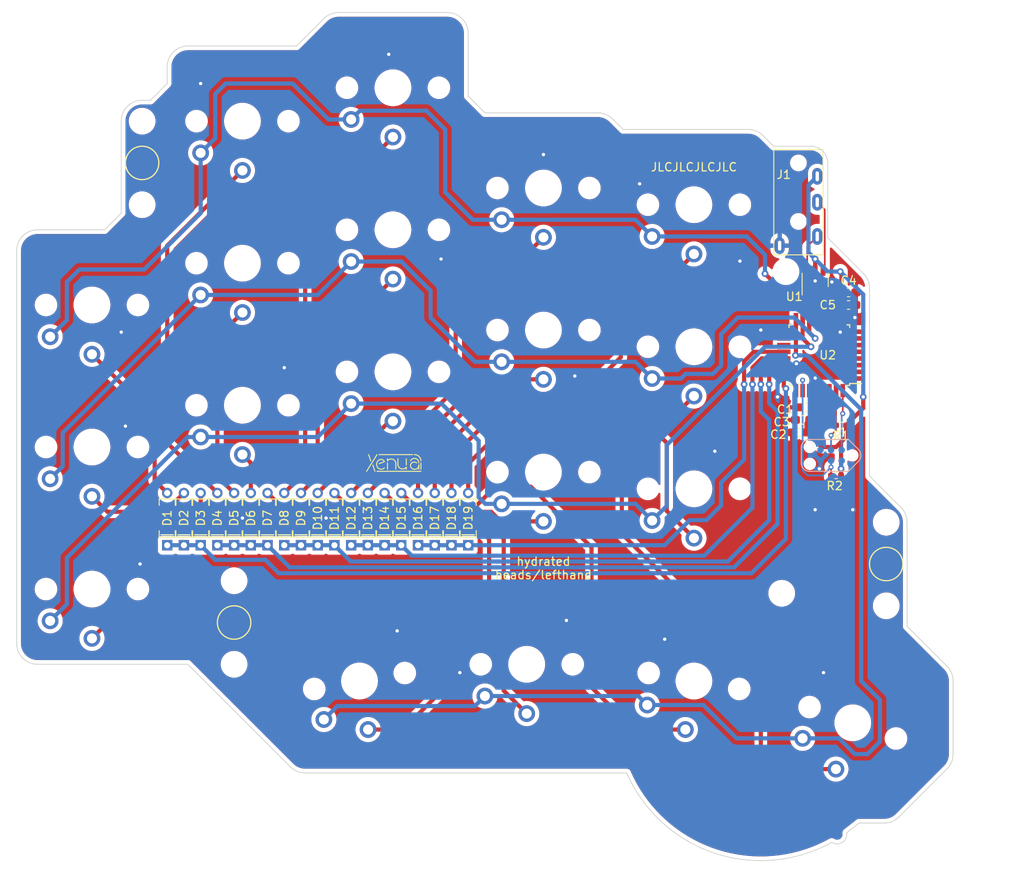
<source format=kicad_pcb>
(kicad_pcb (version 20211014) (generator pcbnew)

  (general
    (thickness 1.6)
  )

  (paper "A4")
  (layers
    (0 "F.Cu" signal)
    (31 "B.Cu" signal)
    (32 "B.Adhes" user "B.Adhesive")
    (33 "F.Adhes" user "F.Adhesive")
    (34 "B.Paste" user)
    (35 "F.Paste" user)
    (36 "B.SilkS" user "B.Silkscreen")
    (37 "F.SilkS" user "F.Silkscreen")
    (38 "B.Mask" user)
    (39 "F.Mask" user)
    (40 "Dwgs.User" user "User.Drawings")
    (41 "Cmts.User" user "User.Comments")
    (42 "Eco1.User" user "User.Eco1")
    (43 "Eco2.User" user "User.Eco2")
    (44 "Edge.Cuts" user)
    (45 "Margin" user)
    (46 "B.CrtYd" user "B.Courtyard")
    (47 "F.CrtYd" user "F.Courtyard")
    (48 "B.Fab" user)
    (49 "F.Fab" user)
    (50 "User.1" user)
    (51 "User.2" user)
    (52 "User.3" user)
    (53 "User.4" user)
    (54 "User.5" user)
    (55 "User.6" user)
    (56 "User.7" user)
    (57 "User.8" user)
    (58 "User.9" user)
  )

  (setup
    (stackup
      (layer "F.SilkS" (type "Top Silk Screen"))
      (layer "F.Paste" (type "Top Solder Paste"))
      (layer "F.Mask" (type "Top Solder Mask") (thickness 0.01))
      (layer "F.Cu" (type "copper") (thickness 0.035))
      (layer "dielectric 1" (type "core") (thickness 1.51) (material "FR4") (epsilon_r 4.5) (loss_tangent 0.02))
      (layer "B.Cu" (type "copper") (thickness 0.035))
      (layer "B.Mask" (type "Bottom Solder Mask") (thickness 0.01))
      (layer "B.Paste" (type "Bottom Solder Paste"))
      (layer "B.SilkS" (type "Bottom Silk Screen"))
      (copper_finish "None")
      (dielectric_constraints no)
    )
    (pad_to_mask_clearance 0)
    (pcbplotparams
      (layerselection 0x00010fc_ffffffff)
      (disableapertmacros false)
      (usegerberextensions false)
      (usegerberattributes true)
      (usegerberadvancedattributes true)
      (creategerberjobfile true)
      (svguseinch false)
      (svgprecision 6)
      (excludeedgelayer true)
      (plotframeref false)
      (viasonmask false)
      (mode 1)
      (useauxorigin false)
      (hpglpennumber 1)
      (hpglpenspeed 20)
      (hpglpendiameter 15.000000)
      (dxfpolygonmode true)
      (dxfimperialunits true)
      (dxfusepcbnewfont true)
      (psnegative false)
      (psa4output false)
      (plotreference true)
      (plotvalue true)
      (plotinvisibletext false)
      (sketchpadsonfab false)
      (subtractmaskfromsilk false)
      (outputformat 1)
      (mirror false)
      (drillshape 1)
      (scaleselection 1)
      (outputdirectory "")
    )
  )

  (net 0 "")
  (net 1 "GND")
  (net 2 "Net-(C1-Pad2)")
  (net 3 "+3V3")
  (net 4 "C_PINKY")
  (net 5 "Net-(D1-Pad2)")
  (net 6 "Net-(D2-Pad2)")
  (net 7 "Net-(D3-Pad2)")
  (net 8 "C_RING")
  (net 9 "Net-(D4-Pad2)")
  (net 10 "Net-(D5-Pad2)")
  (net 11 "Net-(D6-Pad2)")
  (net 12 "Net-(D7-Pad2)")
  (net 13 "C_MIDDLE")
  (net 14 "Net-(D8-Pad2)")
  (net 15 "Net-(D9-Pad2)")
  (net 16 "Net-(D10-Pad2)")
  (net 17 "Net-(D11-Pad2)")
  (net 18 "C_INDEX")
  (net 19 "Net-(D12-Pad2)")
  (net 20 "Net-(D13-Pad2)")
  (net 21 "Net-(D14-Pad2)")
  (net 22 "Net-(D15-Pad2)")
  (net 23 "C_INNER")
  (net 24 "Net-(D16-Pad2)")
  (net 25 "Net-(D17-Pad2)")
  (net 26 "Net-(D18-Pad2)")
  (net 27 "Net-(D19-Pad2)")
  (net 28 "/SWDIO")
  (net 29 "/RST")
  (net 30 "/SWCLK")
  (net 31 "unconnected-(J2-Pad6)")
  (net 32 "R_TOP")
  (net 33 "R_HOME")
  (net 34 "R_BOTTOM")
  (net 35 "R_THUMB")
  (net 36 "/SDA")
  (net 37 "Net-(J1-PadR2)")
  (net 38 "Net-(J1-PadR1)")
  (net 39 "unconnected-(U2-Pad1)")
  (net 40 "unconnected-(U2-Pad2)")
  (net 41 "unconnected-(U2-Pad3)")
  (net 42 "unconnected-(U2-Pad4)")
  (net 43 "unconnected-(U2-Pad5)")
  (net 44 "unconnected-(U2-Pad6)")
  (net 45 "unconnected-(U2-Pad7)")
  (net 46 "unconnected-(U2-Pad8)")
  (net 47 "/SCL")
  (net 48 "unconnected-(U2-Pad25)")
  (net 49 "unconnected-(U2-Pad27)")
  (net 50 "unconnected-(U2-Pad17)")
  (net 51 "unconnected-(U2-Pad18)")
  (net 52 "unconnected-(U2-Pad19)")

  (footprint "Resistor_SMD:R_0402_1005Metric_Pad0.72x0.64mm_HandSolder" (layer "F.Cu") (at 223 81.4))

  (footprint "MountingHole:MountingHole_2.2mm_M2_DIN965" (layer "F.Cu") (at 140 39))

  (footprint "mbk:Choc-1u-solder" (layer "F.Cu") (at 170 52))

  (footprint "mbk:Choc-1u-solder" (layer "F.Cu") (at 206 66))

  (footprint "mbk:Choc-1u-solder" (layer "F.Cu") (at 225 111 -20))

  (footprint "1N4148:DIOAD829W49L456D191" (layer "F.Cu") (at 173 86.5 90))

  (footprint "mbk:Choc-1u-solder" (layer "F.Cu") (at 152 39))

  (footprint "1N4148:DIOAD829W49L456D191" (layer "F.Cu") (at 169 86.5 90))

  (footprint "mbk:Choc-1u-solder" (layer "F.Cu") (at 152 73))

  (footprint "Package_QFP:TQFP-32_7x7mm_P0.8mm" (layer "F.Cu") (at 221 67 180))

  (footprint "Capacitor_SMD:C_0603_1608Metric_Pad1.08x0.95mm_HandSolder" (layer "F.Cu") (at 224.5 59.5))

  (footprint "mbk:Choc-1u-solder" (layer "F.Cu") (at 188 64))

  (footprint "mbk:Choc-1u-solder" (layer "F.Cu") (at 166 106 10))

  (footprint "MountingHole:MountingHole_2.2mm_M2_DIN965" (layer "F.Cu") (at 151 94))

  (footprint "mbk:Choc-1u-solder" (layer "F.Cu") (at 188 47))

  (footprint "1N4148:DIOAD829W49L456D191" (layer "F.Cu") (at 147 86.5 90))

  (footprint "mbk:Choc-1u-solder" (layer "F.Cu") (at 188 81))

  (footprint "Package_TO_SOT_SMD:SOT-23-6" (layer "F.Cu") (at 220.5 58 90))

  (footprint "MountingHole:MountingHole_2.2mm_M2_DIN965" (layer "F.Cu") (at 217 57))

  (footprint "MountingHole:MountingHole_2.2mm_M2_DIN965" (layer "F.Cu") (at 151 104))

  (footprint "1N4148:DIOAD829W49L456D191" (layer "F.Cu") (at 163 86.5 90))

  (footprint "MountingHole:MountingHole_2.2mm_M2_DIN965" (layer "F.Cu") (at 140 49))

  (footprint "1N4148:DIOAD829W49L456D191" (layer "F.Cu") (at 179 86.5 90))

  (footprint "pj320a:Jack_3.5mm_PJ320A_Horizontal" (layer "F.Cu") (at 218.5 44 -90))

  (footprint "mbk:Choc-1u-solder" (layer "F.Cu") (at 152 56))

  (footprint "MountingHole:MountingHole_2.2mm_M2_DIN965" (layer "F.Cu") (at 229 87))

  (footprint "xenua:sig" (layer "F.Cu") (at 166.845 80.905167))

  (footprint "1N4148:DIOAD829W49L456D191" (layer "F.Cu") (at 161 86.5 90))

  (footprint "Capacitor_SMD:C_0603_1608Metric_Pad1.08x0.95mm_HandSolder" (layer "F.Cu") (at 218.6 76.25 180))

  (footprint "mbk:Choc-1u-solder" (layer "F.Cu") (at 134 61))

  (footprint "MountingHole:MountingHole_2.2mm_M2_DIN965" (layer "F.Cu") (at 229 97))

  (footprint "Capacitor_SMD:C_0603_1608Metric_Pad1.08x0.95mm_HandSolder" (layer "F.Cu") (at 224.5 61))

  (footprint "1N4148:DIOAD829W49L456D191" (layer "F.Cu") (at 155 86.5 90))

  (footprint "1N4148:DIOAD829W49L456D191" (layer "F.Cu") (at 165 86.5 90))

  (footprint "Capacitor_SMD:C_0603_1608Metric_Pad1.08x0.95mm_HandSolder" (layer "F.Cu") (at 219.4 73.25))

  (footprint "mbk:Choc-1u-solder" (layer "F.Cu") (at 206 106 -10))

  (footprint "mbk:Choc-1u-solder" (layer "F.Cu") (at 134 95))

  (footprint "1N4148:DIOAD829W49L456D191" (layer "F.Cu") (at 175 86.5 90))

  (footprint "mbk:Choc-1u-solder" (layer "F.Cu") (at 186 104))

  (footprint "mbk:Choc-1u-solder" (layer "F.Cu") (at 206 83))

  (footprint "mbk:Choc-1u-solder" (layer "F.Cu") (at 206 49))

  (footprint "1N4148:DIOAD829W49L456D191" (layer "F.Cu") (at 159 86.5 90))

  (footprint "mbk:Choc-1u-solder" (layer "F.Cu") (at 170 69))

  (footprint "1N4148:DIOAD829W49L456D191" (layer "F.Cu") (at 177 86.5 90))

  (footprint "1N4148:DIOAD829W49L456D191" (layer "F.Cu") (at 171 86.5 90))

  (footprint "mbk:Choc-1u-solder" (layer "F.Cu") (at 170 35))

  (footprint "Capacitor_SMD:C_0603_1608Metric_Pad1.08x0.95mm_HandSolder" (layer "F.Cu") (at 219 74.75 180))

  (footprint "1N4148:DIOAD829W49L456D191" (layer "F.Cu") (at 151 86.5 90))

  (footprint "1N4148:DIOAD829W49L456D191" (layer "F.Cu")
    (tedit 6235BD20) (tstamp df564e8b-d66b-40b6-bde5-5ff9f0ff8e95)
    (at 167 86.5 90)
    (property "Sheetfile" "lefthand.kicad_sch")
    (property "Sheetname" "")
    (path "/7bdb6f7b-2baf-4804-8f13-e123d254df9b")
    (attr through_hole)
    (fp_text reference "D13" (at 0 0 90) (layer "F.SilkS")
      (effects (font (size 1.000102 1.000102) (thickness 0.15)))
      (tstamp 9641733c-5ee2-4cf4-91c8-16d379e578fd)
    )
    (fp_text value "D24" (at 0 2 90) (layer "F.Fab")
      (effects (font (size 1.001921 1.001921) (thickness 0.15)))
      (tstamp d49d921a-817f-46ac-bafe-9681eec3130b)
    )
    (fp_line (start -2.28 -0.96) (end -1.52 -0.96) (layer "F.SilkS") (width 0.127) (tstamp 01701e87-8af5-452b-b0fa-15168bf5afad))
    (fp_line (start -2.28 0) (end -2.28 0.95) (layer "F.SilkS") (width 0.127) (tstamp 34d00d86-50cf-4ffa-81c9-fabf926b7ea9))
    (fp_line (start 2.28 0) (end 2.28 0.96) (layer "F.SilkS") (width 0.127) (tstamp 5c5dbe74-29a7-4d20-ab3c-e9670b33c916))
    (fp_line (start 2.28 -0.95) (end 2.28 0) (layer "F.SilkS") (width 0.127) (tstamp 8a174f7c-4232-4bc4-ae4f-3cdd754ee3ed))
    (fp_line (start -2 -0.75) (end -2 0.75) (layer "F.SilkS") (width 0.12) (tstamp a124ed83-2bd7-417a-8f72-71a3edf9d05e))
    (fp_line (start 1.52 -0.96) (end 2.28 -0.96) (layer "F.SilkS") (width 0.127) (tstamp a4381def-dbbd-41fb-8cd7-568ab22d71c6))
    (fp_line (start -2.28 0.96) (end -1.52 0.96) (layer "F.SilkS") (width 0.127) (tstamp aedb11d8-d017-4be4-8170-3a722529b7d0))
    (fp_line (start -2.28 -0.96) (end -2.28 0) (layer "F.SilkS") (width 0.127) (tstamp c1ebe77a-9253-4537-8204-9d03ba9b1c07))
    (fp_line (start 1.52 0.96) (end 2.28 0.96) (layer "F.SilkS") (width 0.127) (tstamp d8bd9e6a-8d8d-49c1-8f7d-47d779849dfd))
    (fp_line (start -2.53 1) (end -2.53 0.815) (layer "F.CrtYd") (width 0.05) (tstamp 0409ba0e-ca27-49b6-ab9c-3c4a1b3abdab))
    (fp_line (start -4 -0.815) (end -4 0.815) (layer "F.CrtYd") (width 0.05) (tstamp 0e5ea6f8-eb74-45f6-9d9d-bf5ef313583a))
    (fp_line (start 2.53 1) (end -2.53 1) (layer "F.CrtYd") (width 0.05) (tstamp 23a3b99a-5a38-433b-a4f0-32e884be463b))
    (fp_line (start 3.75 -0.815) (end 3.75 0.815) (layer "F.CrtYd") (width 0.05) (tstamp 3cd75c2f-6a1d-4b03-81a4-fafefc464efc))
    (fp_line (start 3.75 -0.815) (end 2.53 -0.815) (layer "F.CrtYd") (width 0.05) (tstamp 4ca4fc9a-4b15-41df-ada7-6adcfe0a4be0))
    (fp_line (start -2.53 -1) (end -2.53 -0.815) (layer "F.CrtYd") (width 0.05) (tstamp 51
... [1277619 chars truncated]
</source>
